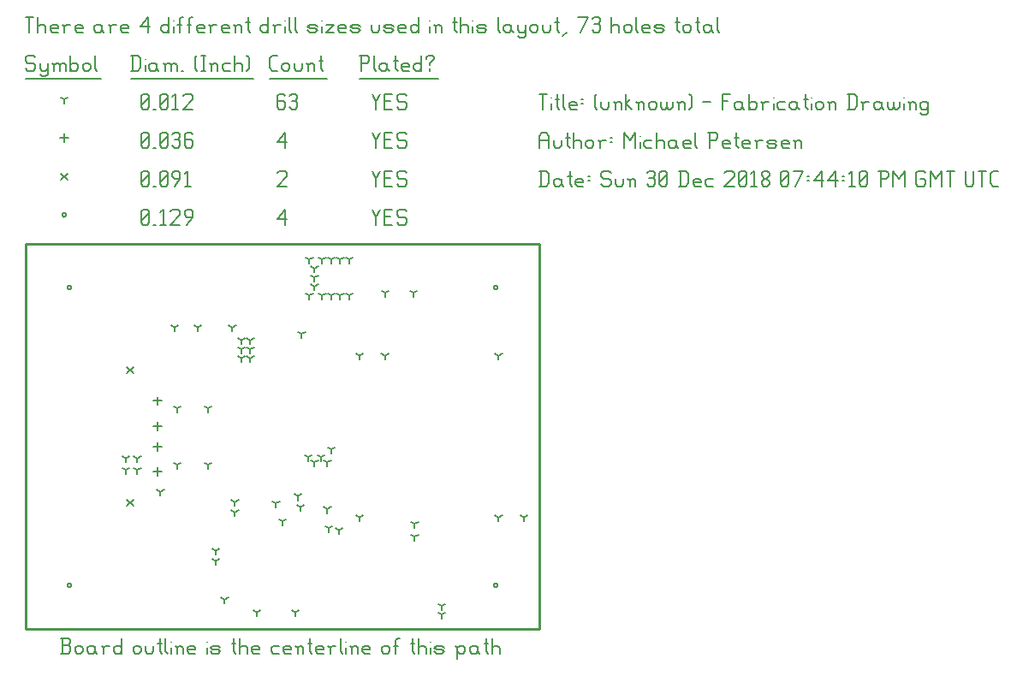
<source format=gbr>
G04 start of page 12 for group -3984 idx -3984 *
G04 Title: (unknown), fab *
G04 Creator: pcb 20140316 *
G04 CreationDate: Sun 30 Dec 2018 07:44:10 PM GMT UTC *
G04 For: railfan *
G04 Format: Gerber/RS-274X *
G04 PCB-Dimensions (mil): 2000.00 1500.00 *
G04 PCB-Coordinate-Origin: lower left *
%MOIN*%
%FSLAX25Y25*%
%LNFAB*%
%ADD72C,0.0100*%
%ADD71C,0.0075*%
%ADD70C,0.0060*%
%ADD69R,0.0080X0.0080*%
G54D69*X182200Y133000D02*G75*G03X183800Y133000I800J0D01*G01*
G75*G03X182200Y133000I-800J0D01*G01*
X16200Y17000D02*G75*G03X17800Y17000I800J0D01*G01*
G75*G03X16200Y17000I-800J0D01*G01*
Y133000D02*G75*G03X17800Y133000I800J0D01*G01*
G75*G03X16200Y133000I-800J0D01*G01*
X182200Y17000D02*G75*G03X183800Y17000I800J0D01*G01*
G75*G03X182200Y17000I-800J0D01*G01*
X14200Y161250D02*G75*G03X15800Y161250I800J0D01*G01*
G75*G03X14200Y161250I-800J0D01*G01*
G54D70*X135000Y163500D02*X136500Y160500D01*
X138000Y163500D01*
X136500Y160500D02*Y157500D01*
X139800Y160800D02*X142050D01*
X139800Y157500D02*X142800D01*
X139800Y163500D02*Y157500D01*
Y163500D02*X142800D01*
X147600D02*X148350Y162750D01*
X145350Y163500D02*X147600D01*
X144600Y162750D02*X145350Y163500D01*
X144600Y162750D02*Y161250D01*
X145350Y160500D01*
X147600D01*
X148350Y159750D01*
Y158250D01*
X147600Y157500D02*X148350Y158250D01*
X145350Y157500D02*X147600D01*
X144600Y158250D02*X145350Y157500D01*
X98000Y159750D02*X101000Y163500D01*
X98000Y159750D02*X101750D01*
X101000Y163500D02*Y157500D01*
X45000Y158250D02*X45750Y157500D01*
X45000Y162750D02*Y158250D01*
Y162750D02*X45750Y163500D01*
X47250D01*
X48000Y162750D01*
Y158250D01*
X47250Y157500D02*X48000Y158250D01*
X45750Y157500D02*X47250D01*
X45000Y159000D02*X48000Y162000D01*
X49800Y157500D02*X50550D01*
X52350Y162300D02*X53550Y163500D01*
Y157500D01*
X52350D02*X54600D01*
X56400Y162750D02*X57150Y163500D01*
X59400D01*
X60150Y162750D01*
Y161250D01*
X56400Y157500D02*X60150Y161250D01*
X56400Y157500D02*X60150D01*
X62700D02*X64950Y160500D01*
Y162750D02*Y160500D01*
X64200Y163500D02*X64950Y162750D01*
X62700Y163500D02*X64200D01*
X61950Y162750D02*X62700Y163500D01*
X61950Y162750D02*Y161250D01*
X62700Y160500D01*
X64950D01*
X39500Y102100D02*X41900Y99700D01*
X39500D02*X41900Y102100D01*
X39500Y50400D02*X41900Y48000D01*
X39500D02*X41900Y50400D01*
X13800Y177450D02*X16200Y175050D01*
X13800D02*X16200Y177450D01*
X135000Y178500D02*X136500Y175500D01*
X138000Y178500D01*
X136500Y175500D02*Y172500D01*
X139800Y175800D02*X142050D01*
X139800Y172500D02*X142800D01*
X139800Y178500D02*Y172500D01*
Y178500D02*X142800D01*
X147600D02*X148350Y177750D01*
X145350Y178500D02*X147600D01*
X144600Y177750D02*X145350Y178500D01*
X144600Y177750D02*Y176250D01*
X145350Y175500D01*
X147600D01*
X148350Y174750D01*
Y173250D01*
X147600Y172500D02*X148350Y173250D01*
X145350Y172500D02*X147600D01*
X144600Y173250D02*X145350Y172500D01*
X98000Y177750D02*X98750Y178500D01*
X101000D01*
X101750Y177750D01*
Y176250D01*
X98000Y172500D02*X101750Y176250D01*
X98000Y172500D02*X101750D01*
X45000Y173250D02*X45750Y172500D01*
X45000Y177750D02*Y173250D01*
Y177750D02*X45750Y178500D01*
X47250D01*
X48000Y177750D01*
Y173250D01*
X47250Y172500D02*X48000Y173250D01*
X45750Y172500D02*X47250D01*
X45000Y174000D02*X48000Y177000D01*
X49800Y172500D02*X50550D01*
X52350Y173250D02*X53100Y172500D01*
X52350Y177750D02*Y173250D01*
Y177750D02*X53100Y178500D01*
X54600D01*
X55350Y177750D01*
Y173250D01*
X54600Y172500D02*X55350Y173250D01*
X53100Y172500D02*X54600D01*
X52350Y174000D02*X55350Y177000D01*
X57900Y172500D02*X60150Y175500D01*
Y177750D02*Y175500D01*
X59400Y178500D02*X60150Y177750D01*
X57900Y178500D02*X59400D01*
X57150Y177750D02*X57900Y178500D01*
X57150Y177750D02*Y176250D01*
X57900Y175500D01*
X60150D01*
X61950Y177300D02*X63150Y178500D01*
Y172500D01*
X61950D02*X64200D01*
X51400Y80700D02*Y77500D01*
X49800Y79100D02*X53000D01*
X51400Y72700D02*Y69500D01*
X49800Y71100D02*X53000D01*
X51400Y90500D02*Y87300D01*
X49800Y88900D02*X53000D01*
X51400Y62900D02*Y59700D01*
X49800Y61300D02*X53000D01*
X15000Y192850D02*Y189650D01*
X13400Y191250D02*X16600D01*
X135000Y193500D02*X136500Y190500D01*
X138000Y193500D01*
X136500Y190500D02*Y187500D01*
X139800Y190800D02*X142050D01*
X139800Y187500D02*X142800D01*
X139800Y193500D02*Y187500D01*
Y193500D02*X142800D01*
X147600D02*X148350Y192750D01*
X145350Y193500D02*X147600D01*
X144600Y192750D02*X145350Y193500D01*
X144600Y192750D02*Y191250D01*
X145350Y190500D01*
X147600D01*
X148350Y189750D01*
Y188250D01*
X147600Y187500D02*X148350Y188250D01*
X145350Y187500D02*X147600D01*
X144600Y188250D02*X145350Y187500D01*
X98000Y189750D02*X101000Y193500D01*
X98000Y189750D02*X101750D01*
X101000Y193500D02*Y187500D01*
X45000Y188250D02*X45750Y187500D01*
X45000Y192750D02*Y188250D01*
Y192750D02*X45750Y193500D01*
X47250D01*
X48000Y192750D01*
Y188250D01*
X47250Y187500D02*X48000Y188250D01*
X45750Y187500D02*X47250D01*
X45000Y189000D02*X48000Y192000D01*
X49800Y187500D02*X50550D01*
X52350Y188250D02*X53100Y187500D01*
X52350Y192750D02*Y188250D01*
Y192750D02*X53100Y193500D01*
X54600D01*
X55350Y192750D01*
Y188250D01*
X54600Y187500D02*X55350Y188250D01*
X53100Y187500D02*X54600D01*
X52350Y189000D02*X55350Y192000D01*
X57150Y192750D02*X57900Y193500D01*
X59400D01*
X60150Y192750D01*
X59400Y187500D02*X60150Y188250D01*
X57900Y187500D02*X59400D01*
X57150Y188250D02*X57900Y187500D01*
Y190800D02*X59400D01*
X60150Y192750D02*Y191550D01*
Y190050D02*Y188250D01*
Y190050D02*X59400Y190800D01*
X60150Y191550D02*X59400Y190800D01*
X64200Y193500D02*X64950Y192750D01*
X62700Y193500D02*X64200D01*
X61950Y192750D02*X62700Y193500D01*
X61950Y192750D02*Y188250D01*
X62700Y187500D01*
X64200Y190800D02*X64950Y190050D01*
X61950Y190800D02*X64200D01*
X62700Y187500D02*X64200D01*
X64950Y188250D01*
Y190050D02*Y188250D01*
X140000Y131000D02*Y129400D01*
Y131000D02*X141387Y131800D01*
X140000Y131000D02*X138613Y131800D01*
X151000Y131000D02*Y129400D01*
Y131000D02*X152387Y131800D01*
X151000Y131000D02*X149613Y131800D01*
X67000Y117500D02*Y115900D01*
Y117500D02*X68387Y118300D01*
X67000Y117500D02*X65613Y118300D01*
X58000Y117500D02*Y115900D01*
Y117500D02*X59387Y118300D01*
X58000Y117500D02*X56613Y118300D01*
X52500Y53500D02*Y51900D01*
Y53500D02*X53887Y54300D01*
X52500Y53500D02*X51113Y54300D01*
X126000Y144000D02*Y142400D01*
Y144000D02*X127387Y144800D01*
X126000Y144000D02*X124613Y144800D01*
X122500Y144000D02*Y142400D01*
Y144000D02*X123887Y144800D01*
X122500Y144000D02*X121113Y144800D01*
X119000Y144000D02*Y142400D01*
Y144000D02*X120387Y144800D01*
X119000Y144000D02*X117613Y144800D01*
X115500Y144000D02*Y142400D01*
Y144000D02*X116887Y144800D01*
X115500Y144000D02*X114113Y144800D01*
X126000Y130000D02*Y128400D01*
Y130000D02*X127387Y130800D01*
X126000Y130000D02*X124613Y130800D01*
X122500Y130000D02*Y128400D01*
Y130000D02*X123887Y130800D01*
X122500Y130000D02*X121113Y130800D01*
X119000Y130000D02*Y128400D01*
Y130000D02*X120387Y130800D01*
X119000Y130000D02*X117613Y130800D01*
X115500Y130000D02*Y128400D01*
Y130000D02*X116887Y130800D01*
X115500Y130000D02*X114113Y130800D01*
X112500Y137000D02*Y135400D01*
Y137000D02*X113887Y137800D01*
X112500Y137000D02*X111113Y137800D01*
X112500Y140500D02*Y138900D01*
Y140500D02*X113887Y141300D01*
X112500Y140500D02*X111113Y141300D01*
X112500Y133500D02*Y131900D01*
Y133500D02*X113887Y134300D01*
X112500Y133500D02*X111113Y134300D01*
X110500Y144000D02*Y142400D01*
Y144000D02*X111887Y144800D01*
X110500Y144000D02*X109113Y144800D01*
X110500Y130000D02*Y128400D01*
Y130000D02*X111887Y130800D01*
X110500Y130000D02*X109113Y130800D01*
X43500Y66500D02*Y64900D01*
Y66500D02*X44887Y67300D01*
X43500Y66500D02*X42113Y67300D01*
X43500Y62000D02*Y60400D01*
Y62000D02*X44887Y62800D01*
X43500Y62000D02*X42113Y62800D01*
X39000Y66500D02*Y64900D01*
Y66500D02*X40387Y67300D01*
X39000Y66500D02*X37613Y67300D01*
X39000Y62000D02*Y60400D01*
Y62000D02*X40387Y62800D01*
X39000Y62000D02*X37613Y62800D01*
X59000Y64000D02*Y62400D01*
Y64000D02*X60387Y64800D01*
X59000Y64000D02*X57613Y64800D01*
X71000Y64000D02*Y62400D01*
Y64000D02*X72387Y64800D01*
X71000Y64000D02*X69613Y64800D01*
X59000Y86000D02*Y84400D01*
Y86000D02*X60387Y86800D01*
X59000Y86000D02*X57613Y86800D01*
X71000Y86000D02*Y84400D01*
Y86000D02*X72387Y86800D01*
X71000Y86000D02*X69613Y86800D01*
X162000Y9000D02*Y7400D01*
Y9000D02*X163387Y9800D01*
X162000Y9000D02*X160613Y9800D01*
X162000Y5652D02*Y4052D01*
Y5652D02*X163387Y6452D01*
X162000Y5652D02*X160613Y6452D01*
X105000Y6500D02*Y4900D01*
Y6500D02*X106387Y7300D01*
X105000Y6500D02*X103613Y7300D01*
X90000Y6500D02*Y4900D01*
Y6500D02*X91387Y7300D01*
X90000Y6500D02*X88613Y7300D01*
X77500Y11500D02*Y9900D01*
Y11500D02*X78887Y12300D01*
X77500Y11500D02*X76113Y12300D01*
X97500Y49000D02*Y47400D01*
Y49000D02*X98887Y49800D01*
X97500Y49000D02*X96113Y49800D01*
X106000Y51750D02*Y50150D01*
Y51750D02*X107387Y52550D01*
X106000Y51750D02*X104613Y52550D01*
X81500Y45500D02*Y43900D01*
Y45500D02*X82887Y46300D01*
X81500Y45500D02*X80113Y46300D01*
X81500Y49500D02*Y47900D01*
Y49500D02*X82887Y50300D01*
X81500Y49500D02*X80113Y50300D01*
X74000Y26500D02*Y24900D01*
Y26500D02*X75387Y27300D01*
X74000Y26500D02*X72613Y27300D01*
X74000Y30500D02*Y28900D01*
Y30500D02*X75387Y31300D01*
X74000Y30500D02*X72613Y31300D01*
X117500Y46750D02*Y45150D01*
Y46750D02*X118887Y47550D01*
X117500Y46750D02*X116113Y47550D01*
X100000Y42000D02*Y40400D01*
Y42000D02*X101387Y42800D01*
X100000Y42000D02*X98613Y42800D01*
X117500Y65000D02*Y63400D01*
Y65000D02*X118887Y65800D01*
X117500Y65000D02*X116113Y65800D01*
X115000Y67000D02*Y65400D01*
Y67000D02*X116387Y67800D01*
X115000Y67000D02*X113613Y67800D01*
X112500Y65000D02*Y63400D01*
Y65000D02*X113887Y65800D01*
X112500Y65000D02*X111113Y65800D01*
X110000Y67000D02*Y65400D01*
Y67000D02*X111387Y67800D01*
X110000Y67000D02*X108613Y67800D01*
X107000Y47500D02*Y45900D01*
Y47500D02*X108387Y48300D01*
X107000Y47500D02*X105613Y48300D01*
X80500Y117500D02*Y115900D01*
Y117500D02*X81887Y118300D01*
X80500Y117500D02*X79113Y118300D01*
X184146Y106500D02*Y104900D01*
Y106500D02*X185533Y107300D01*
X184146Y106500D02*X182759Y107300D01*
X139854Y106500D02*Y104900D01*
Y106500D02*X141241Y107300D01*
X139854Y106500D02*X138467Y107300D01*
X130012Y106500D02*Y104900D01*
Y106500D02*X131398Y107300D01*
X130012Y106500D02*X128625Y107300D01*
X84000Y112500D02*Y110900D01*
Y112500D02*X85387Y113300D01*
X84000Y112500D02*X82613Y113300D01*
X84000Y109000D02*Y107400D01*
Y109000D02*X85387Y109800D01*
X84000Y109000D02*X82613Y109800D01*
X84000Y105500D02*Y103900D01*
Y105500D02*X85387Y106300D01*
X84000Y105500D02*X82613Y106300D01*
X87500Y112500D02*Y110900D01*
Y112500D02*X88887Y113300D01*
X87500Y112500D02*X86113Y113300D01*
X87500Y109000D02*Y107400D01*
Y109000D02*X88887Y109800D01*
X87500Y109000D02*X86113Y109800D01*
X87500Y105500D02*Y103900D01*
Y105500D02*X88887Y106300D01*
X87500Y105500D02*X86113Y106300D01*
X193988Y43500D02*Y41900D01*
Y43500D02*X195375Y44300D01*
X193988Y43500D02*X192602Y44300D01*
X184146Y43500D02*Y41900D01*
Y43500D02*X185533Y44300D01*
X184146Y43500D02*X182759Y44300D01*
X130012Y43500D02*Y41900D01*
Y43500D02*X131398Y44300D01*
X130012Y43500D02*X128625Y44300D01*
X151500Y41000D02*Y39400D01*
Y41000D02*X152887Y41800D01*
X151500Y41000D02*X150113Y41800D01*
X151500Y36000D02*Y34400D01*
Y36000D02*X152887Y36800D01*
X151500Y36000D02*X150113Y36800D01*
X122000Y38500D02*Y36900D01*
Y38500D02*X123387Y39300D01*
X122000Y38500D02*X120613Y39300D01*
X119000Y70000D02*Y68400D01*
Y70000D02*X120387Y70800D01*
X119000Y70000D02*X117613Y70800D01*
X118000Y39250D02*Y37650D01*
Y39250D02*X119387Y40050D01*
X118000Y39250D02*X116613Y40050D01*
X107500Y115000D02*Y113400D01*
Y115000D02*X108887Y115800D01*
X107500Y115000D02*X106113Y115800D01*
X15000Y206250D02*Y204650D01*
Y206250D02*X16387Y207050D01*
X15000Y206250D02*X13613Y207050D01*
X135000Y208500D02*X136500Y205500D01*
X138000Y208500D01*
X136500Y205500D02*Y202500D01*
X139800Y205800D02*X142050D01*
X139800Y202500D02*X142800D01*
X139800Y208500D02*Y202500D01*
Y208500D02*X142800D01*
X147600D02*X148350Y207750D01*
X145350Y208500D02*X147600D01*
X144600Y207750D02*X145350Y208500D01*
X144600Y207750D02*Y206250D01*
X145350Y205500D01*
X147600D01*
X148350Y204750D01*
Y203250D01*
X147600Y202500D02*X148350Y203250D01*
X145350Y202500D02*X147600D01*
X144600Y203250D02*X145350Y202500D01*
X100250Y208500D02*X101000Y207750D01*
X98750Y208500D02*X100250D01*
X98000Y207750D02*X98750Y208500D01*
X98000Y207750D02*Y203250D01*
X98750Y202500D01*
X100250Y205800D02*X101000Y205050D01*
X98000Y205800D02*X100250D01*
X98750Y202500D02*X100250D01*
X101000Y203250D01*
Y205050D02*Y203250D01*
X102800Y207750D02*X103550Y208500D01*
X105050D01*
X105800Y207750D01*
X105050Y202500D02*X105800Y203250D01*
X103550Y202500D02*X105050D01*
X102800Y203250D02*X103550Y202500D01*
Y205800D02*X105050D01*
X105800Y207750D02*Y206550D01*
Y205050D02*Y203250D01*
Y205050D02*X105050Y205800D01*
X105800Y206550D02*X105050Y205800D01*
X45000Y203250D02*X45750Y202500D01*
X45000Y207750D02*Y203250D01*
Y207750D02*X45750Y208500D01*
X47250D01*
X48000Y207750D01*
Y203250D01*
X47250Y202500D02*X48000Y203250D01*
X45750Y202500D02*X47250D01*
X45000Y204000D02*X48000Y207000D01*
X49800Y202500D02*X50550D01*
X52350Y203250D02*X53100Y202500D01*
X52350Y207750D02*Y203250D01*
Y207750D02*X53100Y208500D01*
X54600D01*
X55350Y207750D01*
Y203250D01*
X54600Y202500D02*X55350Y203250D01*
X53100Y202500D02*X54600D01*
X52350Y204000D02*X55350Y207000D01*
X57150Y207300D02*X58350Y208500D01*
Y202500D01*
X57150D02*X59400D01*
X61200Y207750D02*X61950Y208500D01*
X64200D01*
X64950Y207750D01*
Y206250D01*
X61200Y202500D02*X64950Y206250D01*
X61200Y202500D02*X64950D01*
X3000Y223500D02*X3750Y222750D01*
X750Y223500D02*X3000D01*
X0Y222750D02*X750Y223500D01*
X0Y222750D02*Y221250D01*
X750Y220500D01*
X3000D01*
X3750Y219750D01*
Y218250D01*
X3000Y217500D02*X3750Y218250D01*
X750Y217500D02*X3000D01*
X0Y218250D02*X750Y217500D01*
X5550Y220500D02*Y218250D01*
X6300Y217500D01*
X8550Y220500D02*Y216000D01*
X7800Y215250D02*X8550Y216000D01*
X6300Y215250D02*X7800D01*
X5550Y216000D02*X6300Y215250D01*
Y217500D02*X7800D01*
X8550Y218250D01*
X11100Y219750D02*Y217500D01*
Y219750D02*X11850Y220500D01*
X12600D01*
X13350Y219750D01*
Y217500D01*
Y219750D02*X14100Y220500D01*
X14850D01*
X15600Y219750D01*
Y217500D01*
X10350Y220500D02*X11100Y219750D01*
X17400Y223500D02*Y217500D01*
Y218250D02*X18150Y217500D01*
X19650D01*
X20400Y218250D01*
Y219750D02*Y218250D01*
X19650Y220500D02*X20400Y219750D01*
X18150Y220500D02*X19650D01*
X17400Y219750D02*X18150Y220500D01*
X22200Y219750D02*Y218250D01*
Y219750D02*X22950Y220500D01*
X24450D01*
X25200Y219750D01*
Y218250D01*
X24450Y217500D02*X25200Y218250D01*
X22950Y217500D02*X24450D01*
X22200Y218250D02*X22950Y217500D01*
X27000Y223500D02*Y218250D01*
X27750Y217500D01*
X0Y214250D02*X29250D01*
X41750Y223500D02*Y217500D01*
X43700Y223500D02*X44750Y222450D01*
Y218550D01*
X43700Y217500D02*X44750Y218550D01*
X41000Y217500D02*X43700D01*
X41000Y223500D02*X43700D01*
G54D71*X46550Y222000D02*Y221850D01*
G54D70*Y219750D02*Y217500D01*
X50300Y220500D02*X51050Y219750D01*
X48800Y220500D02*X50300D01*
X48050Y219750D02*X48800Y220500D01*
X48050Y219750D02*Y218250D01*
X48800Y217500D01*
X51050Y220500D02*Y218250D01*
X51800Y217500D01*
X48800D02*X50300D01*
X51050Y218250D01*
X54350Y219750D02*Y217500D01*
Y219750D02*X55100Y220500D01*
X55850D01*
X56600Y219750D01*
Y217500D01*
Y219750D02*X57350Y220500D01*
X58100D01*
X58850Y219750D01*
Y217500D01*
X53600Y220500D02*X54350Y219750D01*
X60650Y217500D02*X61400D01*
X65900Y218250D02*X66650Y217500D01*
X65900Y222750D02*X66650Y223500D01*
X65900Y222750D02*Y218250D01*
X68450Y223500D02*X69950D01*
X69200D02*Y217500D01*
X68450D02*X69950D01*
X72500Y219750D02*Y217500D01*
Y219750D02*X73250Y220500D01*
X74000D01*
X74750Y219750D01*
Y217500D01*
X71750Y220500D02*X72500Y219750D01*
X77300Y220500D02*X79550D01*
X76550Y219750D02*X77300Y220500D01*
X76550Y219750D02*Y218250D01*
X77300Y217500D01*
X79550D01*
X81350Y223500D02*Y217500D01*
Y219750D02*X82100Y220500D01*
X83600D01*
X84350Y219750D01*
Y217500D01*
X86150Y223500D02*X86900Y222750D01*
Y218250D01*
X86150Y217500D02*X86900Y218250D01*
X41000Y214250D02*X88700D01*
X96050Y217500D02*X98000D01*
X95000Y218550D02*X96050Y217500D01*
X95000Y222450D02*Y218550D01*
Y222450D02*X96050Y223500D01*
X98000D01*
X99800Y219750D02*Y218250D01*
Y219750D02*X100550Y220500D01*
X102050D01*
X102800Y219750D01*
Y218250D01*
X102050Y217500D02*X102800Y218250D01*
X100550Y217500D02*X102050D01*
X99800Y218250D02*X100550Y217500D01*
X104600Y220500D02*Y218250D01*
X105350Y217500D01*
X106850D01*
X107600Y218250D01*
Y220500D02*Y218250D01*
X110150Y219750D02*Y217500D01*
Y219750D02*X110900Y220500D01*
X111650D01*
X112400Y219750D01*
Y217500D01*
X109400Y220500D02*X110150Y219750D01*
X114950Y223500D02*Y218250D01*
X115700Y217500D01*
X114200Y221250D02*X115700D01*
X95000Y214250D02*X117200D01*
X130750Y223500D02*Y217500D01*
X130000Y223500D02*X133000D01*
X133750Y222750D01*
Y221250D01*
X133000Y220500D02*X133750Y221250D01*
X130750Y220500D02*X133000D01*
X135550Y223500D02*Y218250D01*
X136300Y217500D01*
X140050Y220500D02*X140800Y219750D01*
X138550Y220500D02*X140050D01*
X137800Y219750D02*X138550Y220500D01*
X137800Y219750D02*Y218250D01*
X138550Y217500D01*
X140800Y220500D02*Y218250D01*
X141550Y217500D01*
X138550D02*X140050D01*
X140800Y218250D01*
X144100Y223500D02*Y218250D01*
X144850Y217500D01*
X143350Y221250D02*X144850D01*
X147100Y217500D02*X149350D01*
X146350Y218250D02*X147100Y217500D01*
X146350Y219750D02*Y218250D01*
Y219750D02*X147100Y220500D01*
X148600D01*
X149350Y219750D01*
X146350Y219000D02*X149350D01*
Y219750D02*Y219000D01*
X154150Y223500D02*Y217500D01*
X153400D02*X154150Y218250D01*
X151900Y217500D02*X153400D01*
X151150Y218250D02*X151900Y217500D01*
X151150Y219750D02*Y218250D01*
Y219750D02*X151900Y220500D01*
X153400D01*
X154150Y219750D01*
X157450Y220500D02*Y219750D01*
Y218250D02*Y217500D01*
X155950Y222750D02*Y222000D01*
Y222750D02*X156700Y223500D01*
X158200D01*
X158950Y222750D01*
Y222000D01*
X157450Y220500D02*X158950Y222000D01*
X130000Y214250D02*X160750D01*
X0Y238500D02*X3000D01*
X1500D02*Y232500D01*
X4800Y238500D02*Y232500D01*
Y234750D02*X5550Y235500D01*
X7050D01*
X7800Y234750D01*
Y232500D01*
X10350D02*X12600D01*
X9600Y233250D02*X10350Y232500D01*
X9600Y234750D02*Y233250D01*
Y234750D02*X10350Y235500D01*
X11850D01*
X12600Y234750D01*
X9600Y234000D02*X12600D01*
Y234750D02*Y234000D01*
X15150Y234750D02*Y232500D01*
Y234750D02*X15900Y235500D01*
X17400D01*
X14400D02*X15150Y234750D01*
X19950Y232500D02*X22200D01*
X19200Y233250D02*X19950Y232500D01*
X19200Y234750D02*Y233250D01*
Y234750D02*X19950Y235500D01*
X21450D01*
X22200Y234750D01*
X19200Y234000D02*X22200D01*
Y234750D02*Y234000D01*
X28950Y235500D02*X29700Y234750D01*
X27450Y235500D02*X28950D01*
X26700Y234750D02*X27450Y235500D01*
X26700Y234750D02*Y233250D01*
X27450Y232500D01*
X29700Y235500D02*Y233250D01*
X30450Y232500D01*
X27450D02*X28950D01*
X29700Y233250D01*
X33000Y234750D02*Y232500D01*
Y234750D02*X33750Y235500D01*
X35250D01*
X32250D02*X33000Y234750D01*
X37800Y232500D02*X40050D01*
X37050Y233250D02*X37800Y232500D01*
X37050Y234750D02*Y233250D01*
Y234750D02*X37800Y235500D01*
X39300D01*
X40050Y234750D01*
X37050Y234000D02*X40050D01*
Y234750D02*Y234000D01*
X44550Y234750D02*X47550Y238500D01*
X44550Y234750D02*X48300D01*
X47550Y238500D02*Y232500D01*
X55800Y238500D02*Y232500D01*
X55050D02*X55800Y233250D01*
X53550Y232500D02*X55050D01*
X52800Y233250D02*X53550Y232500D01*
X52800Y234750D02*Y233250D01*
Y234750D02*X53550Y235500D01*
X55050D01*
X55800Y234750D01*
G54D71*X57600Y237000D02*Y236850D01*
G54D70*Y234750D02*Y232500D01*
X59850Y237750D02*Y232500D01*
Y237750D02*X60600Y238500D01*
X61350D01*
X59100Y235500D02*X60600D01*
X63600Y237750D02*Y232500D01*
Y237750D02*X64350Y238500D01*
X65100D01*
X62850Y235500D02*X64350D01*
X67350Y232500D02*X69600D01*
X66600Y233250D02*X67350Y232500D01*
X66600Y234750D02*Y233250D01*
Y234750D02*X67350Y235500D01*
X68850D01*
X69600Y234750D01*
X66600Y234000D02*X69600D01*
Y234750D02*Y234000D01*
X72150Y234750D02*Y232500D01*
Y234750D02*X72900Y235500D01*
X74400D01*
X71400D02*X72150Y234750D01*
X76950Y232500D02*X79200D01*
X76200Y233250D02*X76950Y232500D01*
X76200Y234750D02*Y233250D01*
Y234750D02*X76950Y235500D01*
X78450D01*
X79200Y234750D01*
X76200Y234000D02*X79200D01*
Y234750D02*Y234000D01*
X81750Y234750D02*Y232500D01*
Y234750D02*X82500Y235500D01*
X83250D01*
X84000Y234750D01*
Y232500D01*
X81000Y235500D02*X81750Y234750D01*
X86550Y238500D02*Y233250D01*
X87300Y232500D01*
X85800Y236250D02*X87300D01*
X94500Y238500D02*Y232500D01*
X93750D02*X94500Y233250D01*
X92250Y232500D02*X93750D01*
X91500Y233250D02*X92250Y232500D01*
X91500Y234750D02*Y233250D01*
Y234750D02*X92250Y235500D01*
X93750D01*
X94500Y234750D01*
X97050D02*Y232500D01*
Y234750D02*X97800Y235500D01*
X99300D01*
X96300D02*X97050Y234750D01*
G54D71*X101100Y237000D02*Y236850D01*
G54D70*Y234750D02*Y232500D01*
X102600Y238500D02*Y233250D01*
X103350Y232500D01*
X104850Y238500D02*Y233250D01*
X105600Y232500D01*
X110550D02*X112800D01*
X113550Y233250D01*
X112800Y234000D02*X113550Y233250D01*
X110550Y234000D02*X112800D01*
X109800Y234750D02*X110550Y234000D01*
X109800Y234750D02*X110550Y235500D01*
X112800D01*
X113550Y234750D01*
X109800Y233250D02*X110550Y232500D01*
G54D71*X115350Y237000D02*Y236850D01*
G54D70*Y234750D02*Y232500D01*
X116850Y235500D02*X119850D01*
X116850Y232500D02*X119850Y235500D01*
X116850Y232500D02*X119850D01*
X122400D02*X124650D01*
X121650Y233250D02*X122400Y232500D01*
X121650Y234750D02*Y233250D01*
Y234750D02*X122400Y235500D01*
X123900D01*
X124650Y234750D01*
X121650Y234000D02*X124650D01*
Y234750D02*Y234000D01*
X127200Y232500D02*X129450D01*
X130200Y233250D01*
X129450Y234000D02*X130200Y233250D01*
X127200Y234000D02*X129450D01*
X126450Y234750D02*X127200Y234000D01*
X126450Y234750D02*X127200Y235500D01*
X129450D01*
X130200Y234750D01*
X126450Y233250D02*X127200Y232500D01*
X134700Y235500D02*Y233250D01*
X135450Y232500D01*
X136950D01*
X137700Y233250D01*
Y235500D02*Y233250D01*
X140250Y232500D02*X142500D01*
X143250Y233250D01*
X142500Y234000D02*X143250Y233250D01*
X140250Y234000D02*X142500D01*
X139500Y234750D02*X140250Y234000D01*
X139500Y234750D02*X140250Y235500D01*
X142500D01*
X143250Y234750D01*
X139500Y233250D02*X140250Y232500D01*
X145800D02*X148050D01*
X145050Y233250D02*X145800Y232500D01*
X145050Y234750D02*Y233250D01*
Y234750D02*X145800Y235500D01*
X147300D01*
X148050Y234750D01*
X145050Y234000D02*X148050D01*
Y234750D02*Y234000D01*
X152850Y238500D02*Y232500D01*
X152100D02*X152850Y233250D01*
X150600Y232500D02*X152100D01*
X149850Y233250D02*X150600Y232500D01*
X149850Y234750D02*Y233250D01*
Y234750D02*X150600Y235500D01*
X152100D01*
X152850Y234750D01*
G54D71*X157350Y237000D02*Y236850D01*
G54D70*Y234750D02*Y232500D01*
X159600Y234750D02*Y232500D01*
Y234750D02*X160350Y235500D01*
X161100D01*
X161850Y234750D01*
Y232500D01*
X158850Y235500D02*X159600Y234750D01*
X167100Y238500D02*Y233250D01*
X167850Y232500D01*
X166350Y236250D02*X167850D01*
X169350Y238500D02*Y232500D01*
Y234750D02*X170100Y235500D01*
X171600D01*
X172350Y234750D01*
Y232500D01*
G54D71*X174150Y237000D02*Y236850D01*
G54D70*Y234750D02*Y232500D01*
X176400D02*X178650D01*
X179400Y233250D01*
X178650Y234000D02*X179400Y233250D01*
X176400Y234000D02*X178650D01*
X175650Y234750D02*X176400Y234000D01*
X175650Y234750D02*X176400Y235500D01*
X178650D01*
X179400Y234750D01*
X175650Y233250D02*X176400Y232500D01*
X183900Y238500D02*Y233250D01*
X184650Y232500D01*
X188400Y235500D02*X189150Y234750D01*
X186900Y235500D02*X188400D01*
X186150Y234750D02*X186900Y235500D01*
X186150Y234750D02*Y233250D01*
X186900Y232500D01*
X189150Y235500D02*Y233250D01*
X189900Y232500D01*
X186900D02*X188400D01*
X189150Y233250D01*
X191700Y235500D02*Y233250D01*
X192450Y232500D01*
X194700Y235500D02*Y231000D01*
X193950Y230250D02*X194700Y231000D01*
X192450Y230250D02*X193950D01*
X191700Y231000D02*X192450Y230250D01*
Y232500D02*X193950D01*
X194700Y233250D01*
X196500Y234750D02*Y233250D01*
Y234750D02*X197250Y235500D01*
X198750D01*
X199500Y234750D01*
Y233250D01*
X198750Y232500D02*X199500Y233250D01*
X197250Y232500D02*X198750D01*
X196500Y233250D02*X197250Y232500D01*
X201300Y235500D02*Y233250D01*
X202050Y232500D01*
X203550D01*
X204300Y233250D01*
Y235500D02*Y233250D01*
X206850Y238500D02*Y233250D01*
X207600Y232500D01*
X206100Y236250D02*X207600D01*
X209100Y231000D02*X210600Y232500D01*
X215850D02*X218850Y238500D01*
X215100D02*X218850D01*
X220650Y237750D02*X221400Y238500D01*
X222900D01*
X223650Y237750D01*
X222900Y232500D02*X223650Y233250D01*
X221400Y232500D02*X222900D01*
X220650Y233250D02*X221400Y232500D01*
Y235800D02*X222900D01*
X223650Y237750D02*Y236550D01*
Y235050D02*Y233250D01*
Y235050D02*X222900Y235800D01*
X223650Y236550D02*X222900Y235800D01*
X228150Y238500D02*Y232500D01*
Y234750D02*X228900Y235500D01*
X230400D01*
X231150Y234750D01*
Y232500D01*
X232950Y234750D02*Y233250D01*
Y234750D02*X233700Y235500D01*
X235200D01*
X235950Y234750D01*
Y233250D01*
X235200Y232500D02*X235950Y233250D01*
X233700Y232500D02*X235200D01*
X232950Y233250D02*X233700Y232500D01*
X237750Y238500D02*Y233250D01*
X238500Y232500D01*
X240750D02*X243000D01*
X240000Y233250D02*X240750Y232500D01*
X240000Y234750D02*Y233250D01*
Y234750D02*X240750Y235500D01*
X242250D01*
X243000Y234750D01*
X240000Y234000D02*X243000D01*
Y234750D02*Y234000D01*
X245550Y232500D02*X247800D01*
X248550Y233250D01*
X247800Y234000D02*X248550Y233250D01*
X245550Y234000D02*X247800D01*
X244800Y234750D02*X245550Y234000D01*
X244800Y234750D02*X245550Y235500D01*
X247800D01*
X248550Y234750D01*
X244800Y233250D02*X245550Y232500D01*
X253800Y238500D02*Y233250D01*
X254550Y232500D01*
X253050Y236250D02*X254550D01*
X256050Y234750D02*Y233250D01*
Y234750D02*X256800Y235500D01*
X258300D01*
X259050Y234750D01*
Y233250D01*
X258300Y232500D02*X259050Y233250D01*
X256800Y232500D02*X258300D01*
X256050Y233250D02*X256800Y232500D01*
X261600Y238500D02*Y233250D01*
X262350Y232500D01*
X260850Y236250D02*X262350D01*
X266100Y235500D02*X266850Y234750D01*
X264600Y235500D02*X266100D01*
X263850Y234750D02*X264600Y235500D01*
X263850Y234750D02*Y233250D01*
X264600Y232500D01*
X266850Y235500D02*Y233250D01*
X267600Y232500D01*
X264600D02*X266100D01*
X266850Y233250D01*
X269400Y238500D02*Y233250D01*
X270150Y232500D01*
G54D72*X0Y0D02*Y150000D01*
X200000Y0D02*X0D01*
X200000Y150000D02*X0D01*
X200000D02*Y0D01*
G54D70*X13675Y-9500D02*X16675D01*
X17425Y-8750D01*
Y-6950D02*Y-8750D01*
X16675Y-6200D02*X17425Y-6950D01*
X14425Y-6200D02*X16675D01*
X14425Y-3500D02*Y-9500D01*
X13675Y-3500D02*X16675D01*
X17425Y-4250D01*
Y-5450D01*
X16675Y-6200D02*X17425Y-5450D01*
X19225Y-7250D02*Y-8750D01*
Y-7250D02*X19975Y-6500D01*
X21475D01*
X22225Y-7250D01*
Y-8750D01*
X21475Y-9500D02*X22225Y-8750D01*
X19975Y-9500D02*X21475D01*
X19225Y-8750D02*X19975Y-9500D01*
X26275Y-6500D02*X27025Y-7250D01*
X24775Y-6500D02*X26275D01*
X24025Y-7250D02*X24775Y-6500D01*
X24025Y-7250D02*Y-8750D01*
X24775Y-9500D01*
X27025Y-6500D02*Y-8750D01*
X27775Y-9500D01*
X24775D02*X26275D01*
X27025Y-8750D01*
X30325Y-7250D02*Y-9500D01*
Y-7250D02*X31075Y-6500D01*
X32575D01*
X29575D02*X30325Y-7250D01*
X37375Y-3500D02*Y-9500D01*
X36625D02*X37375Y-8750D01*
X35125Y-9500D02*X36625D01*
X34375Y-8750D02*X35125Y-9500D01*
X34375Y-7250D02*Y-8750D01*
Y-7250D02*X35125Y-6500D01*
X36625D01*
X37375Y-7250D01*
X41875D02*Y-8750D01*
Y-7250D02*X42625Y-6500D01*
X44125D01*
X44875Y-7250D01*
Y-8750D01*
X44125Y-9500D02*X44875Y-8750D01*
X42625Y-9500D02*X44125D01*
X41875Y-8750D02*X42625Y-9500D01*
X46675Y-6500D02*Y-8750D01*
X47425Y-9500D01*
X48925D01*
X49675Y-8750D01*
Y-6500D02*Y-8750D01*
X52225Y-3500D02*Y-8750D01*
X52975Y-9500D01*
X51475Y-5750D02*X52975D01*
X54475Y-3500D02*Y-8750D01*
X55225Y-9500D01*
G54D71*X56725Y-5000D02*Y-5150D01*
G54D70*Y-7250D02*Y-9500D01*
X58975Y-7250D02*Y-9500D01*
Y-7250D02*X59725Y-6500D01*
X60475D01*
X61225Y-7250D01*
Y-9500D01*
X58225Y-6500D02*X58975Y-7250D01*
X63775Y-9500D02*X66025D01*
X63025Y-8750D02*X63775Y-9500D01*
X63025Y-7250D02*Y-8750D01*
Y-7250D02*X63775Y-6500D01*
X65275D01*
X66025Y-7250D01*
X63025Y-8000D02*X66025D01*
Y-7250D02*Y-8000D01*
G54D71*X70525Y-5000D02*Y-5150D01*
G54D70*Y-7250D02*Y-9500D01*
X72775D02*X75025D01*
X75775Y-8750D01*
X75025Y-8000D02*X75775Y-8750D01*
X72775Y-8000D02*X75025D01*
X72025Y-7250D02*X72775Y-8000D01*
X72025Y-7250D02*X72775Y-6500D01*
X75025D01*
X75775Y-7250D01*
X72025Y-8750D02*X72775Y-9500D01*
X81025Y-3500D02*Y-8750D01*
X81775Y-9500D01*
X80275Y-5750D02*X81775D01*
X83275Y-3500D02*Y-9500D01*
Y-7250D02*X84025Y-6500D01*
X85525D01*
X86275Y-7250D01*
Y-9500D01*
X88825D02*X91075D01*
X88075Y-8750D02*X88825Y-9500D01*
X88075Y-7250D02*Y-8750D01*
Y-7250D02*X88825Y-6500D01*
X90325D01*
X91075Y-7250D01*
X88075Y-8000D02*X91075D01*
Y-7250D02*Y-8000D01*
X96325Y-6500D02*X98575D01*
X95575Y-7250D02*X96325Y-6500D01*
X95575Y-7250D02*Y-8750D01*
X96325Y-9500D01*
X98575D01*
X101125D02*X103375D01*
X100375Y-8750D02*X101125Y-9500D01*
X100375Y-7250D02*Y-8750D01*
Y-7250D02*X101125Y-6500D01*
X102625D01*
X103375Y-7250D01*
X100375Y-8000D02*X103375D01*
Y-7250D02*Y-8000D01*
X105925Y-7250D02*Y-9500D01*
Y-7250D02*X106675Y-6500D01*
X107425D01*
X108175Y-7250D01*
Y-9500D01*
X105175Y-6500D02*X105925Y-7250D01*
X110725Y-3500D02*Y-8750D01*
X111475Y-9500D01*
X109975Y-5750D02*X111475D01*
X113725Y-9500D02*X115975D01*
X112975Y-8750D02*X113725Y-9500D01*
X112975Y-7250D02*Y-8750D01*
Y-7250D02*X113725Y-6500D01*
X115225D01*
X115975Y-7250D01*
X112975Y-8000D02*X115975D01*
Y-7250D02*Y-8000D01*
X118525Y-7250D02*Y-9500D01*
Y-7250D02*X119275Y-6500D01*
X120775D01*
X117775D02*X118525Y-7250D01*
X122575Y-3500D02*Y-8750D01*
X123325Y-9500D01*
G54D71*X124825Y-5000D02*Y-5150D01*
G54D70*Y-7250D02*Y-9500D01*
X127075Y-7250D02*Y-9500D01*
Y-7250D02*X127825Y-6500D01*
X128575D01*
X129325Y-7250D01*
Y-9500D01*
X126325Y-6500D02*X127075Y-7250D01*
X131875Y-9500D02*X134125D01*
X131125Y-8750D02*X131875Y-9500D01*
X131125Y-7250D02*Y-8750D01*
Y-7250D02*X131875Y-6500D01*
X133375D01*
X134125Y-7250D01*
X131125Y-8000D02*X134125D01*
Y-7250D02*Y-8000D01*
X138625Y-7250D02*Y-8750D01*
Y-7250D02*X139375Y-6500D01*
X140875D01*
X141625Y-7250D01*
Y-8750D01*
X140875Y-9500D02*X141625Y-8750D01*
X139375Y-9500D02*X140875D01*
X138625Y-8750D02*X139375Y-9500D01*
X144175Y-4250D02*Y-9500D01*
Y-4250D02*X144925Y-3500D01*
X145675D01*
X143425Y-6500D02*X144925D01*
X150625Y-3500D02*Y-8750D01*
X151375Y-9500D01*
X149875Y-5750D02*X151375D01*
X152875Y-3500D02*Y-9500D01*
Y-7250D02*X153625Y-6500D01*
X155125D01*
X155875Y-7250D01*
Y-9500D01*
G54D71*X157675Y-5000D02*Y-5150D01*
G54D70*Y-7250D02*Y-9500D01*
X159925D02*X162175D01*
X162925Y-8750D01*
X162175Y-8000D02*X162925Y-8750D01*
X159925Y-8000D02*X162175D01*
X159175Y-7250D02*X159925Y-8000D01*
X159175Y-7250D02*X159925Y-6500D01*
X162175D01*
X162925Y-7250D01*
X159175Y-8750D02*X159925Y-9500D01*
X168175Y-7250D02*Y-11750D01*
X167425Y-6500D02*X168175Y-7250D01*
X168925Y-6500D01*
X170425D01*
X171175Y-7250D01*
Y-8750D01*
X170425Y-9500D02*X171175Y-8750D01*
X168925Y-9500D02*X170425D01*
X168175Y-8750D02*X168925Y-9500D01*
X175225Y-6500D02*X175975Y-7250D01*
X173725Y-6500D02*X175225D01*
X172975Y-7250D02*X173725Y-6500D01*
X172975Y-7250D02*Y-8750D01*
X173725Y-9500D01*
X175975Y-6500D02*Y-8750D01*
X176725Y-9500D01*
X173725D02*X175225D01*
X175975Y-8750D01*
X179275Y-3500D02*Y-8750D01*
X180025Y-9500D01*
X178525Y-5750D02*X180025D01*
X181525Y-3500D02*Y-9500D01*
Y-7250D02*X182275Y-6500D01*
X183775D01*
X184525Y-7250D01*
Y-9500D01*
X200750Y178500D02*Y172500D01*
X202700Y178500D02*X203750Y177450D01*
Y173550D01*
X202700Y172500D02*X203750Y173550D01*
X200000Y172500D02*X202700D01*
X200000Y178500D02*X202700D01*
X207800Y175500D02*X208550Y174750D01*
X206300Y175500D02*X207800D01*
X205550Y174750D02*X206300Y175500D01*
X205550Y174750D02*Y173250D01*
X206300Y172500D01*
X208550Y175500D02*Y173250D01*
X209300Y172500D01*
X206300D02*X207800D01*
X208550Y173250D01*
X211850Y178500D02*Y173250D01*
X212600Y172500D01*
X211100Y176250D02*X212600D01*
X214850Y172500D02*X217100D01*
X214100Y173250D02*X214850Y172500D01*
X214100Y174750D02*Y173250D01*
Y174750D02*X214850Y175500D01*
X216350D01*
X217100Y174750D01*
X214100Y174000D02*X217100D01*
Y174750D02*Y174000D01*
X218900Y176250D02*X219650D01*
X218900Y174750D02*X219650D01*
X227150Y178500D02*X227900Y177750D01*
X224900Y178500D02*X227150D01*
X224150Y177750D02*X224900Y178500D01*
X224150Y177750D02*Y176250D01*
X224900Y175500D01*
X227150D01*
X227900Y174750D01*
Y173250D01*
X227150Y172500D02*X227900Y173250D01*
X224900Y172500D02*X227150D01*
X224150Y173250D02*X224900Y172500D01*
X229700Y175500D02*Y173250D01*
X230450Y172500D01*
X231950D01*
X232700Y173250D01*
Y175500D02*Y173250D01*
X235250Y174750D02*Y172500D01*
Y174750D02*X236000Y175500D01*
X236750D01*
X237500Y174750D01*
Y172500D01*
X234500Y175500D02*X235250Y174750D01*
X242000Y177750D02*X242750Y178500D01*
X244250D01*
X245000Y177750D01*
X244250Y172500D02*X245000Y173250D01*
X242750Y172500D02*X244250D01*
X242000Y173250D02*X242750Y172500D01*
Y175800D02*X244250D01*
X245000Y177750D02*Y176550D01*
Y175050D02*Y173250D01*
Y175050D02*X244250Y175800D01*
X245000Y176550D02*X244250Y175800D01*
X246800Y173250D02*X247550Y172500D01*
X246800Y177750D02*Y173250D01*
Y177750D02*X247550Y178500D01*
X249050D01*
X249800Y177750D01*
Y173250D01*
X249050Y172500D02*X249800Y173250D01*
X247550Y172500D02*X249050D01*
X246800Y174000D02*X249800Y177000D01*
X255050Y178500D02*Y172500D01*
X257000Y178500D02*X258050Y177450D01*
Y173550D01*
X257000Y172500D02*X258050Y173550D01*
X254300Y172500D02*X257000D01*
X254300Y178500D02*X257000D01*
X260600Y172500D02*X262850D01*
X259850Y173250D02*X260600Y172500D01*
X259850Y174750D02*Y173250D01*
Y174750D02*X260600Y175500D01*
X262100D01*
X262850Y174750D01*
X259850Y174000D02*X262850D01*
Y174750D02*Y174000D01*
X265400Y175500D02*X267650D01*
X264650Y174750D02*X265400Y175500D01*
X264650Y174750D02*Y173250D01*
X265400Y172500D01*
X267650D01*
X272150Y177750D02*X272900Y178500D01*
X275150D01*
X275900Y177750D01*
Y176250D01*
X272150Y172500D02*X275900Y176250D01*
X272150Y172500D02*X275900D01*
X277700Y173250D02*X278450Y172500D01*
X277700Y177750D02*Y173250D01*
Y177750D02*X278450Y178500D01*
X279950D01*
X280700Y177750D01*
Y173250D01*
X279950Y172500D02*X280700Y173250D01*
X278450Y172500D02*X279950D01*
X277700Y174000D02*X280700Y177000D01*
X282500Y177300D02*X283700Y178500D01*
Y172500D01*
X282500D02*X284750D01*
X286550Y173250D02*X287300Y172500D01*
X286550Y174450D02*Y173250D01*
Y174450D02*X287600Y175500D01*
X288500D01*
X289550Y174450D01*
Y173250D01*
X288800Y172500D02*X289550Y173250D01*
X287300Y172500D02*X288800D01*
X286550Y176550D02*X287600Y175500D01*
X286550Y177750D02*Y176550D01*
Y177750D02*X287300Y178500D01*
X288800D01*
X289550Y177750D01*
Y176550D01*
X288500Y175500D02*X289550Y176550D01*
X294050Y173250D02*X294800Y172500D01*
X294050Y177750D02*Y173250D01*
Y177750D02*X294800Y178500D01*
X296300D01*
X297050Y177750D01*
Y173250D01*
X296300Y172500D02*X297050Y173250D01*
X294800Y172500D02*X296300D01*
X294050Y174000D02*X297050Y177000D01*
X299600Y172500D02*X302600Y178500D01*
X298850D02*X302600D01*
X304400Y176250D02*X305150D01*
X304400Y174750D02*X305150D01*
X306950D02*X309950Y178500D01*
X306950Y174750D02*X310700D01*
X309950Y178500D02*Y172500D01*
X312500Y174750D02*X315500Y178500D01*
X312500Y174750D02*X316250D01*
X315500Y178500D02*Y172500D01*
X318050Y176250D02*X318800D01*
X318050Y174750D02*X318800D01*
X320600Y177300D02*X321800Y178500D01*
Y172500D01*
X320600D02*X322850D01*
X324650Y173250D02*X325400Y172500D01*
X324650Y177750D02*Y173250D01*
Y177750D02*X325400Y178500D01*
X326900D01*
X327650Y177750D01*
Y173250D01*
X326900Y172500D02*X327650Y173250D01*
X325400Y172500D02*X326900D01*
X324650Y174000D02*X327650Y177000D01*
X332900Y178500D02*Y172500D01*
X332150Y178500D02*X335150D01*
X335900Y177750D01*
Y176250D01*
X335150Y175500D02*X335900Y176250D01*
X332900Y175500D02*X335150D01*
X337700Y178500D02*Y172500D01*
Y178500D02*X339950Y175500D01*
X342200Y178500D01*
Y172500D01*
X349700Y178500D02*X350450Y177750D01*
X347450Y178500D02*X349700D01*
X346700Y177750D02*X347450Y178500D01*
X346700Y177750D02*Y173250D01*
X347450Y172500D01*
X349700D01*
X350450Y173250D01*
Y174750D02*Y173250D01*
X349700Y175500D02*X350450Y174750D01*
X348200Y175500D02*X349700D01*
X352250Y178500D02*Y172500D01*
Y178500D02*X354500Y175500D01*
X356750Y178500D01*
Y172500D01*
X358550Y178500D02*X361550D01*
X360050D02*Y172500D01*
X366050Y178500D02*Y173250D01*
X366800Y172500D01*
X368300D01*
X369050Y173250D01*
Y178500D02*Y173250D01*
X370850Y178500D02*X373850D01*
X372350D02*Y172500D01*
X376700D02*X378650D01*
X375650Y173550D02*X376700Y172500D01*
X375650Y177450D02*Y173550D01*
Y177450D02*X376700Y178500D01*
X378650D01*
X200000Y192000D02*Y187500D01*
Y192000D02*X201050Y193500D01*
X202700D01*
X203750Y192000D01*
Y187500D01*
X200000Y190500D02*X203750D01*
X205550D02*Y188250D01*
X206300Y187500D01*
X207800D01*
X208550Y188250D01*
Y190500D02*Y188250D01*
X211100Y193500D02*Y188250D01*
X211850Y187500D01*
X210350Y191250D02*X211850D01*
X213350Y193500D02*Y187500D01*
Y189750D02*X214100Y190500D01*
X215600D01*
X216350Y189750D01*
Y187500D01*
X218150Y189750D02*Y188250D01*
Y189750D02*X218900Y190500D01*
X220400D01*
X221150Y189750D01*
Y188250D01*
X220400Y187500D02*X221150Y188250D01*
X218900Y187500D02*X220400D01*
X218150Y188250D02*X218900Y187500D01*
X223700Y189750D02*Y187500D01*
Y189750D02*X224450Y190500D01*
X225950D01*
X222950D02*X223700Y189750D01*
X227750Y191250D02*X228500D01*
X227750Y189750D02*X228500D01*
X233000Y193500D02*Y187500D01*
Y193500D02*X235250Y190500D01*
X237500Y193500D01*
Y187500D01*
G54D71*X239300Y192000D02*Y191850D01*
G54D70*Y189750D02*Y187500D01*
X241550Y190500D02*X243800D01*
X240800Y189750D02*X241550Y190500D01*
X240800Y189750D02*Y188250D01*
X241550Y187500D01*
X243800D01*
X245600Y193500D02*Y187500D01*
Y189750D02*X246350Y190500D01*
X247850D01*
X248600Y189750D01*
Y187500D01*
X252650Y190500D02*X253400Y189750D01*
X251150Y190500D02*X252650D01*
X250400Y189750D02*X251150Y190500D01*
X250400Y189750D02*Y188250D01*
X251150Y187500D01*
X253400Y190500D02*Y188250D01*
X254150Y187500D01*
X251150D02*X252650D01*
X253400Y188250D01*
X256700Y187500D02*X258950D01*
X255950Y188250D02*X256700Y187500D01*
X255950Y189750D02*Y188250D01*
Y189750D02*X256700Y190500D01*
X258200D01*
X258950Y189750D01*
X255950Y189000D02*X258950D01*
Y189750D02*Y189000D01*
X260750Y193500D02*Y188250D01*
X261500Y187500D01*
X266450Y193500D02*Y187500D01*
X265700Y193500D02*X268700D01*
X269450Y192750D01*
Y191250D01*
X268700Y190500D02*X269450Y191250D01*
X266450Y190500D02*X268700D01*
X272000Y187500D02*X274250D01*
X271250Y188250D02*X272000Y187500D01*
X271250Y189750D02*Y188250D01*
Y189750D02*X272000Y190500D01*
X273500D01*
X274250Y189750D01*
X271250Y189000D02*X274250D01*
Y189750D02*Y189000D01*
X276800Y193500D02*Y188250D01*
X277550Y187500D01*
X276050Y191250D02*X277550D01*
X279800Y187500D02*X282050D01*
X279050Y188250D02*X279800Y187500D01*
X279050Y189750D02*Y188250D01*
Y189750D02*X279800Y190500D01*
X281300D01*
X282050Y189750D01*
X279050Y189000D02*X282050D01*
Y189750D02*Y189000D01*
X284600Y189750D02*Y187500D01*
Y189750D02*X285350Y190500D01*
X286850D01*
X283850D02*X284600Y189750D01*
X289400Y187500D02*X291650D01*
X292400Y188250D01*
X291650Y189000D02*X292400Y188250D01*
X289400Y189000D02*X291650D01*
X288650Y189750D02*X289400Y189000D01*
X288650Y189750D02*X289400Y190500D01*
X291650D01*
X292400Y189750D01*
X288650Y188250D02*X289400Y187500D01*
X294950D02*X297200D01*
X294200Y188250D02*X294950Y187500D01*
X294200Y189750D02*Y188250D01*
Y189750D02*X294950Y190500D01*
X296450D01*
X297200Y189750D01*
X294200Y189000D02*X297200D01*
Y189750D02*Y189000D01*
X299750Y189750D02*Y187500D01*
Y189750D02*X300500Y190500D01*
X301250D01*
X302000Y189750D01*
Y187500D01*
X299000Y190500D02*X299750Y189750D01*
X200000Y208500D02*X203000D01*
X201500D02*Y202500D01*
G54D71*X204800Y207000D02*Y206850D01*
G54D70*Y204750D02*Y202500D01*
X207050Y208500D02*Y203250D01*
X207800Y202500D01*
X206300Y206250D02*X207800D01*
X209300Y208500D02*Y203250D01*
X210050Y202500D01*
X212300D02*X214550D01*
X211550Y203250D02*X212300Y202500D01*
X211550Y204750D02*Y203250D01*
Y204750D02*X212300Y205500D01*
X213800D01*
X214550Y204750D01*
X211550Y204000D02*X214550D01*
Y204750D02*Y204000D01*
X216350Y206250D02*X217100D01*
X216350Y204750D02*X217100D01*
X221600Y203250D02*X222350Y202500D01*
X221600Y207750D02*X222350Y208500D01*
X221600Y207750D02*Y203250D01*
X224150Y205500D02*Y203250D01*
X224900Y202500D01*
X226400D01*
X227150Y203250D01*
Y205500D02*Y203250D01*
X229700Y204750D02*Y202500D01*
Y204750D02*X230450Y205500D01*
X231200D01*
X231950Y204750D01*
Y202500D01*
X228950Y205500D02*X229700Y204750D01*
X233750Y208500D02*Y202500D01*
Y204750D02*X236000Y202500D01*
X233750Y204750D02*X235250Y206250D01*
X238550Y204750D02*Y202500D01*
Y204750D02*X239300Y205500D01*
X240050D01*
X240800Y204750D01*
Y202500D01*
X237800Y205500D02*X238550Y204750D01*
X242600D02*Y203250D01*
Y204750D02*X243350Y205500D01*
X244850D01*
X245600Y204750D01*
Y203250D01*
X244850Y202500D02*X245600Y203250D01*
X243350Y202500D02*X244850D01*
X242600Y203250D02*X243350Y202500D01*
X247400Y205500D02*Y203250D01*
X248150Y202500D01*
X248900D01*
X249650Y203250D01*
Y205500D02*Y203250D01*
X250400Y202500D01*
X251150D01*
X251900Y203250D01*
Y205500D02*Y203250D01*
X254450Y204750D02*Y202500D01*
Y204750D02*X255200Y205500D01*
X255950D01*
X256700Y204750D01*
Y202500D01*
X253700Y205500D02*X254450Y204750D01*
X258500Y208500D02*X259250Y207750D01*
Y203250D01*
X258500Y202500D02*X259250Y203250D01*
X263750Y205500D02*X266750D01*
X271250Y208500D02*Y202500D01*
Y208500D02*X274250D01*
X271250Y205800D02*X273500D01*
X278300Y205500D02*X279050Y204750D01*
X276800Y205500D02*X278300D01*
X276050Y204750D02*X276800Y205500D01*
X276050Y204750D02*Y203250D01*
X276800Y202500D01*
X279050Y205500D02*Y203250D01*
X279800Y202500D01*
X276800D02*X278300D01*
X279050Y203250D01*
X281600Y208500D02*Y202500D01*
Y203250D02*X282350Y202500D01*
X283850D01*
X284600Y203250D01*
Y204750D02*Y203250D01*
X283850Y205500D02*X284600Y204750D01*
X282350Y205500D02*X283850D01*
X281600Y204750D02*X282350Y205500D01*
X287150Y204750D02*Y202500D01*
Y204750D02*X287900Y205500D01*
X289400D01*
X286400D02*X287150Y204750D01*
G54D71*X291200Y207000D02*Y206850D01*
G54D70*Y204750D02*Y202500D01*
X293450Y205500D02*X295700D01*
X292700Y204750D02*X293450Y205500D01*
X292700Y204750D02*Y203250D01*
X293450Y202500D01*
X295700D01*
X299750Y205500D02*X300500Y204750D01*
X298250Y205500D02*X299750D01*
X297500Y204750D02*X298250Y205500D01*
X297500Y204750D02*Y203250D01*
X298250Y202500D01*
X300500Y205500D02*Y203250D01*
X301250Y202500D01*
X298250D02*X299750D01*
X300500Y203250D01*
X303800Y208500D02*Y203250D01*
X304550Y202500D01*
X303050Y206250D02*X304550D01*
G54D71*X306050Y207000D02*Y206850D01*
G54D70*Y204750D02*Y202500D01*
X307550Y204750D02*Y203250D01*
Y204750D02*X308300Y205500D01*
X309800D01*
X310550Y204750D01*
Y203250D01*
X309800Y202500D02*X310550Y203250D01*
X308300Y202500D02*X309800D01*
X307550Y203250D02*X308300Y202500D01*
X313100Y204750D02*Y202500D01*
Y204750D02*X313850Y205500D01*
X314600D01*
X315350Y204750D01*
Y202500D01*
X312350Y205500D02*X313100Y204750D01*
X320600Y208500D02*Y202500D01*
X322550Y208500D02*X323600Y207450D01*
Y203550D01*
X322550Y202500D02*X323600Y203550D01*
X319850Y202500D02*X322550D01*
X319850Y208500D02*X322550D01*
X326150Y204750D02*Y202500D01*
Y204750D02*X326900Y205500D01*
X328400D01*
X325400D02*X326150Y204750D01*
X332450Y205500D02*X333200Y204750D01*
X330950Y205500D02*X332450D01*
X330200Y204750D02*X330950Y205500D01*
X330200Y204750D02*Y203250D01*
X330950Y202500D01*
X333200Y205500D02*Y203250D01*
X333950Y202500D01*
X330950D02*X332450D01*
X333200Y203250D01*
X335750Y205500D02*Y203250D01*
X336500Y202500D01*
X337250D01*
X338000Y203250D01*
Y205500D02*Y203250D01*
X338750Y202500D01*
X339500D01*
X340250Y203250D01*
Y205500D02*Y203250D01*
G54D71*X342050Y207000D02*Y206850D01*
G54D70*Y204750D02*Y202500D01*
X344300Y204750D02*Y202500D01*
Y204750D02*X345050Y205500D01*
X345800D01*
X346550Y204750D01*
Y202500D01*
X343550Y205500D02*X344300Y204750D01*
X350600Y205500D02*X351350Y204750D01*
X349100Y205500D02*X350600D01*
X348350Y204750D02*X349100Y205500D01*
X348350Y204750D02*Y203250D01*
X349100Y202500D01*
X350600D01*
X351350Y203250D01*
X348350Y201000D02*X349100Y200250D01*
X350600D01*
X351350Y201000D01*
Y205500D02*Y201000D01*
M02*

</source>
